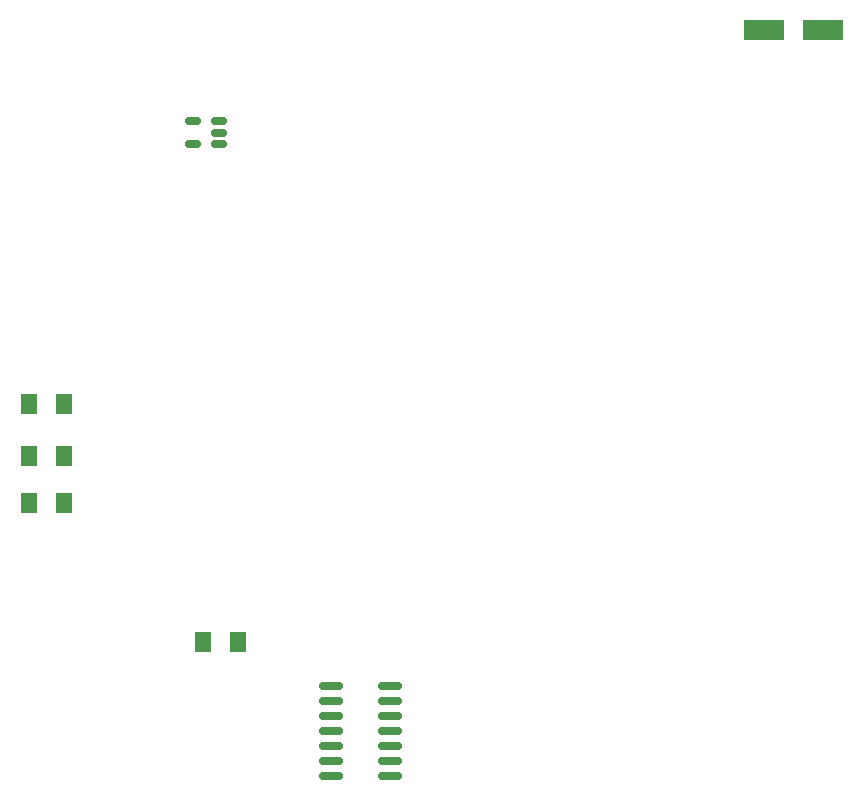
<source format=gbr>
%TF.GenerationSoftware,KiCad,Pcbnew,(6.0.0)*%
%TF.CreationDate,2022-04-10T16:10:43-06:00*%
%TF.ProjectId,USB_curve_tracer,5553425f-6375-4727-9665-5f7472616365,rev?*%
%TF.SameCoordinates,Original*%
%TF.FileFunction,Paste,Top*%
%TF.FilePolarity,Positive*%
%FSLAX46Y46*%
G04 Gerber Fmt 4.6, Leading zero omitted, Abs format (unit mm)*
G04 Created by KiCad (PCBNEW (6.0.0)) date 2022-04-10 16:10:43*
%MOMM*%
%LPD*%
G01*
G04 APERTURE LIST*
G04 Aperture macros list*
%AMRoundRect*
0 Rectangle with rounded corners*
0 $1 Rounding radius*
0 $2 $3 $4 $5 $6 $7 $8 $9 X,Y pos of 4 corners*
0 Add a 4 corners polygon primitive as box body*
4,1,4,$2,$3,$4,$5,$6,$7,$8,$9,$2,$3,0*
0 Add four circle primitives for the rounded corners*
1,1,$1+$1,$2,$3*
1,1,$1+$1,$4,$5*
1,1,$1+$1,$6,$7*
1,1,$1+$1,$8,$9*
0 Add four rect primitives between the rounded corners*
20,1,$1+$1,$2,$3,$4,$5,0*
20,1,$1+$1,$4,$5,$6,$7,0*
20,1,$1+$1,$6,$7,$8,$9,0*
20,1,$1+$1,$8,$9,$2,$3,0*%
G04 Aperture macros list end*
%ADD10RoundRect,0.250001X-0.462499X-0.624999X0.462499X-0.624999X0.462499X0.624999X-0.462499X0.624999X0*%
%ADD11RoundRect,0.150000X-0.825000X-0.150000X0.825000X-0.150000X0.825000X0.150000X-0.825000X0.150000X0*%
%ADD12RoundRect,0.150000X0.512500X0.150000X-0.512500X0.150000X-0.512500X-0.150000X0.512500X-0.150000X0*%
%ADD13R,3.500000X1.800000*%
G04 APERTURE END LIST*
D10*
%TO.C,D5*%
X99112500Y-103920000D03*
X102087500Y-103920000D03*
%TD*%
D11*
%TO.C,U2*%
X124705000Y-119410000D03*
X124705000Y-120680000D03*
X124705000Y-121950000D03*
X124705000Y-123220000D03*
X124705000Y-124490000D03*
X124705000Y-125760000D03*
X124705000Y-127030000D03*
X129655000Y-127030000D03*
X129655000Y-125760000D03*
X129655000Y-124490000D03*
X129655000Y-123220000D03*
X129655000Y-121950000D03*
X129655000Y-120680000D03*
X129655000Y-119410000D03*
%TD*%
D10*
%TO.C,F1*%
X113812500Y-115615000D03*
X116787500Y-115615000D03*
%TD*%
D12*
%TO.C,U5*%
X115237500Y-73465000D03*
X115237500Y-72515000D03*
X115237500Y-71565000D03*
X112962500Y-71565000D03*
X112962500Y-73465000D03*
%TD*%
D10*
%TO.C,D6*%
X99112500Y-99920000D03*
X102087500Y-99920000D03*
%TD*%
%TO.C,D7*%
X99112500Y-95520000D03*
X102087500Y-95520000D03*
%TD*%
D13*
%TO.C,D8*%
X161370000Y-63825000D03*
X166370000Y-63825000D03*
%TD*%
M02*

</source>
